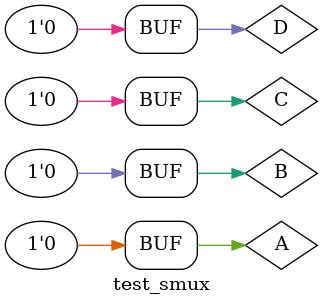
<source format=v>
`timescale 1ns / 1ps


module test_smux();
wire W;
wire X;
wire Y;
wire Z;
reg A, B, C, D;

smux UO(.a(A), .b(B), .c(C), .d(D), .w(W), .x(X), .y(Y), .z(Z));

initial
begin 

A=0;B=0;C=0;D=0;
#10 A=0;B=0;C=0;D=1;
#10 A=0;B=0;C=1;D=0;
#10 A=0;B=0;C=1;D=1;
#10 A=0;B=1;C=0;D=0;
#10 A=0;B=1;C=0;D=1;
#10 A=0;B=1;C=1;D=0;
#10 A=0;B=1;C=1;D=1;
#10 A=1;B=0;C=0;D=0;
#10 A=1;B=0;C=0;D=1;
#10 A=1;B=0;C=1;D=0;
#10 A=1;B=0;C=1;D=1;
#10 A=1;B=1;C=0;D=0;
#10 A=1;B=1;C=0;D=1;
#10 A=1;B=1;C=1;D=0;
#10 A=1;B=1;C=1;D=1;
#10 A=0;B=0;C=0;D=0;

end

endmodule

</source>
